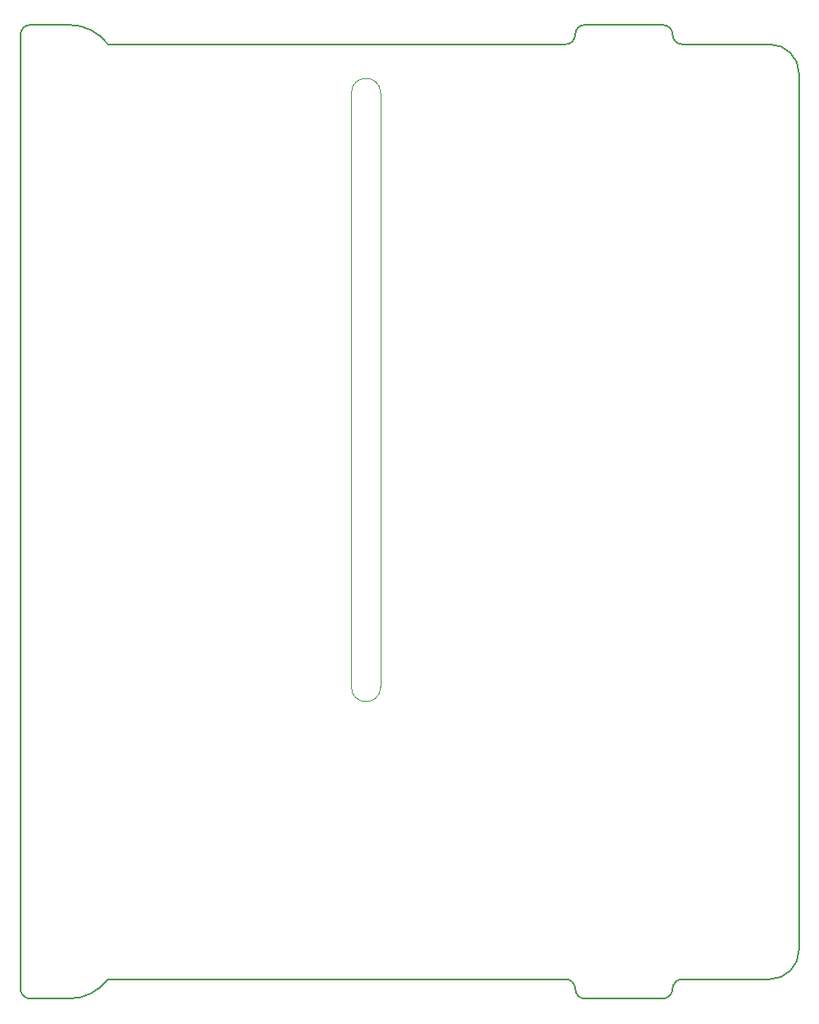
<source format=gbr>
%TF.GenerationSoftware,KiCad,Pcbnew,9.0.6*%
%TF.CreationDate,2025-12-07T14:44:50+03:00*%
%TF.ProjectId,PMCNV-RQx8,504d434e-562d-4525-9178-382e6b696361,rev?*%
%TF.SameCoordinates,Original*%
%TF.FileFunction,Profile,NP*%
%FSLAX46Y46*%
G04 Gerber Fmt 4.6, Leading zero omitted, Abs format (unit mm)*
G04 Created by KiCad (PCBNEW 9.0.6) date 2025-12-07 14:44:50*
%MOMM*%
%LPD*%
G01*
G04 APERTURE LIST*
%TA.AperFunction,Profile*%
%ADD10C,0.200000*%
%TD*%
%TA.AperFunction,Profile*%
%ADD11C,0.050000*%
%TD*%
G04 APERTURE END LIST*
D10*
X-39000000Y-50000000D02*
X-35000000Y-50000000D01*
X17000000Y49000000D02*
G75*
G02*
X16000000Y48000000I-1000000J0D01*
G01*
X-39000000Y-50000000D02*
G75*
G02*
X-40000000Y-49000000I0J1000000D01*
G01*
D11*
X-3000000Y-18000000D02*
X-3000000Y43000000D01*
D10*
X-40000000Y-49000000D02*
X-40000000Y49000000D01*
X26000000Y50000000D02*
G75*
G02*
X27000000Y49000000I0J-1000000D01*
G01*
X-40000000Y49000000D02*
G75*
G02*
X-39000000Y50000000I1000000J0D01*
G01*
D11*
X-6000000Y43000000D02*
G75*
G02*
X-3000000Y43000000I1500000J0D01*
G01*
D10*
X28000000Y48000000D02*
X37000000Y48000000D01*
X37000000Y48000000D02*
G75*
G02*
X40000000Y45000000I0J-3000000D01*
G01*
X28000000Y48000000D02*
G75*
G02*
X27000000Y49000000I0J1000000D01*
G01*
D11*
X-3000000Y-18000000D02*
G75*
G02*
X-6000000Y-18000000I-1500000J0D01*
G01*
D10*
X-31000000Y48000000D02*
X16000000Y48000000D01*
X17000000Y49000000D02*
G75*
G02*
X18000000Y50000000I1000000J0D01*
G01*
X-31000000Y-48000000D02*
G75*
G02*
X-35000000Y-50000000I-4000000J3000000D01*
G01*
X18000000Y-50000000D02*
G75*
G02*
X17000000Y-49000000I0J1000000D01*
G01*
X18000000Y-50000000D02*
X26000000Y-50000000D01*
X40000000Y45000000D02*
X40000000Y-45000000D01*
X-39000000Y50000000D02*
X-35000000Y50000000D01*
X16000000Y-48000000D02*
G75*
G02*
X17000000Y-49000000I0J-1000000D01*
G01*
X26000000Y50000000D02*
X18000000Y50000000D01*
X27000000Y-49000000D02*
G75*
G02*
X28000000Y-48000000I1000000J0D01*
G01*
X28000000Y-48000000D02*
X37000000Y-48000000D01*
D11*
X-6000000Y43000000D02*
X-6000000Y-18000000D01*
D10*
X27000000Y-49000000D02*
G75*
G02*
X26000000Y-50000000I-1000000J0D01*
G01*
X16000000Y-48000000D02*
X-31000000Y-48000000D01*
X40000000Y-45000000D02*
G75*
G02*
X37000000Y-48000000I-3000000J0D01*
G01*
X-35000000Y50000000D02*
G75*
G02*
X-31000000Y48000000I0J-5000000D01*
G01*
M02*

</source>
